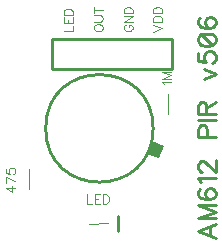
<source format=gbr>
G04 DipTrace 3.2.0.1*
G04 TopSilk.gbr*
%MOIN*%
G04 #@! TF.FileFunction,Legend,Top*
G04 #@! TF.Part,Single*
%ADD10C,0.009843*%
%ADD15C,0.003937*%
%ADD33C,0.004632*%
%ADD34C,0.009264*%
%FSLAX26Y26*%
G04*
G70*
G90*
G75*
G01*
G04 TopSilk*
%LPD*%
X908241Y584232D2*
D10*
Y533091D1*
X1088976Y1074850D2*
Y1174850D1*
X688976Y1074850D2*
X1088976D1*
X688976Y1174850D2*
X1088976D1*
X688976Y1074850D2*
Y1174850D1*
X667321Y875988D2*
G02X667321Y875988I179148J0D01*
G01*
G36*
X1020765Y834071D2*
X1061789Y818128D1*
X1045932Y776748D1*
X1005420Y791616D1*
X1020765Y834071D1*
G37*
X610236Y674803D2*
D15*
Y740945D1*
X1074409Y923622D2*
Y989764D1*
X876378Y559055D2*
X811811Y558661D1*
X828074Y1208615D2*
D33*
X829500Y1205730D1*
X832385Y1202878D1*
X835237Y1201419D1*
X839548Y1199993D1*
X846744D1*
X851022Y1201419D1*
X853907Y1202878D1*
X856759Y1205730D1*
X858218Y1208615D1*
Y1214352D1*
X856759Y1217204D1*
X853907Y1220089D1*
X851022Y1221515D1*
X846744Y1222941D1*
X839548D1*
X835237Y1221515D1*
X832385Y1220089D1*
X829500Y1217204D1*
X828074Y1214352D1*
Y1208615D1*
Y1232205D2*
X849596D1*
X853907Y1233630D1*
X856759Y1236516D1*
X858218Y1240827D1*
Y1243678D1*
X856759Y1247989D1*
X853907Y1250875D1*
X849596Y1252301D1*
X828074D1*
Y1271612D2*
X858218D1*
X828074Y1261564D2*
Y1281660D1*
X1025318Y1198418D2*
X1055462Y1209892D1*
X1025318Y1221366D1*
Y1230630D2*
X1055462D1*
Y1240678D1*
X1054003Y1244989D1*
X1051151Y1247874D1*
X1048266Y1249300D1*
X1043988Y1250726D1*
X1036792D1*
X1032481Y1249300D1*
X1029629Y1247874D1*
X1026744Y1244989D1*
X1025318Y1240678D1*
Y1230630D1*
Y1259989D2*
X1055462D1*
Y1270037D1*
X1054003Y1274348D1*
X1051151Y1277233D1*
X1048266Y1278659D1*
X1043988Y1280085D1*
X1036792D1*
X1032481Y1278659D1*
X1029629Y1277233D1*
X1026744Y1274348D1*
X1025318Y1270037D1*
Y1259989D1*
X934770Y1221589D2*
X931918Y1220163D1*
X929033Y1217278D1*
X927607Y1214426D1*
Y1208689D1*
X929033Y1205804D1*
X931918Y1202952D1*
X934770Y1201493D1*
X939081Y1200067D1*
X946277D1*
X950555Y1201493D1*
X953440Y1202952D1*
X956292Y1205804D1*
X957751Y1208689D1*
Y1214426D1*
X956292Y1217278D1*
X953440Y1220163D1*
X950555Y1221589D1*
X946277D1*
Y1214426D1*
X927607Y1250948D2*
X957751D1*
X927607Y1230852D1*
X957751D1*
X927607Y1260212D2*
X957751D1*
Y1270260D1*
X956292Y1274571D1*
X953440Y1277456D1*
X950555Y1278882D1*
X946277Y1280308D1*
X939081D1*
X934770Y1278882D1*
X931918Y1277456D1*
X929033Y1274571D1*
X927607Y1270260D1*
Y1260212D1*
X727606Y1200460D2*
X757750D1*
Y1217671D1*
X727606Y1245572D2*
Y1226935D1*
X757750D1*
Y1245572D1*
X741965Y1226935D2*
Y1238409D1*
X727606Y1254835D2*
X757750D1*
Y1264883D1*
X756291Y1269194D1*
X753439Y1272079D1*
X750554Y1273505D1*
X746276Y1274931D1*
X739080D1*
X734769Y1273505D1*
X731917Y1272079D1*
X729032Y1269194D1*
X727606Y1264883D1*
Y1254835D1*
X1234637Y557274D2*
D34*
X1174349Y534260D1*
X1234637Y511312D1*
X1214541Y519934D2*
Y548652D1*
X1234637Y621697D2*
X1174349D1*
X1234637Y598749D1*
X1174349Y575801D1*
X1234637D1*
X1182971Y674646D2*
X1177267Y671794D1*
X1174415Y663172D1*
Y657468D1*
X1177267Y648846D1*
X1185889Y643076D1*
X1200215Y640224D1*
X1214541D1*
X1226015Y643076D1*
X1231785Y648846D1*
X1234637Y657468D1*
Y660320D1*
X1231785Y668875D1*
X1226015Y674646D1*
X1217393Y677498D1*
X1214541D1*
X1205919Y674646D1*
X1200215Y668875D1*
X1197363Y660320D1*
Y657468D1*
X1200215Y648846D1*
X1205919Y643076D1*
X1214541Y640224D1*
X1185889Y696025D2*
X1182971Y701795D1*
X1174415Y710417D1*
X1234637D1*
X1188741Y731862D2*
X1185889D1*
X1180119Y734714D1*
X1177267Y737566D1*
X1174415Y743336D1*
Y754810D1*
X1177267Y760514D1*
X1180119Y763366D1*
X1185889Y766284D1*
X1191593D1*
X1197363Y763366D1*
X1205919Y757662D1*
X1234637Y728944D1*
Y769136D1*
X1205919Y845984D2*
Y871850D1*
X1203067Y880406D1*
X1200149Y883324D1*
X1194445Y886176D1*
X1185823D1*
X1180119Y883324D1*
X1177201Y880406D1*
X1174349Y871850D1*
Y845984D1*
X1234637D1*
X1174349Y904703D2*
X1234637D1*
X1203067Y923230D2*
Y949030D1*
X1200149Y957652D1*
X1197297Y960570D1*
X1191593Y963422D1*
X1185823D1*
X1180119Y960570D1*
X1177201Y957652D1*
X1174349Y949030D1*
Y923230D1*
X1234637D1*
X1203067Y943326D2*
X1234637Y963422D1*
X1194445Y1040271D2*
X1234637Y1057515D1*
X1194445Y1074692D1*
X1174415Y1127641D2*
Y1098990D1*
X1200215Y1096138D1*
X1197363Y1098990D1*
X1194445Y1107612D1*
Y1116167D1*
X1197363Y1124790D1*
X1203067Y1130560D1*
X1211689Y1133412D1*
X1217393D1*
X1226015Y1130560D1*
X1231785Y1124790D1*
X1234637Y1116167D1*
Y1107612D1*
X1231785Y1098990D1*
X1228867Y1096138D1*
X1223163Y1093220D1*
X1174415Y1169183D2*
X1177267Y1160561D1*
X1185889Y1154791D1*
X1200215Y1151939D1*
X1208837D1*
X1223163Y1154791D1*
X1231785Y1160561D1*
X1234637Y1169183D1*
Y1174887D1*
X1231785Y1183509D1*
X1223163Y1189212D1*
X1208837Y1192131D1*
X1200215D1*
X1185889Y1189212D1*
X1177267Y1183509D1*
X1174415Y1174887D1*
Y1169183D1*
X1185889Y1189212D2*
X1223163Y1154791D1*
X1182971Y1245080D2*
X1177267Y1242228D1*
X1174415Y1233606D1*
Y1227902D1*
X1177267Y1219280D1*
X1185889Y1213510D1*
X1200215Y1210658D1*
X1214541D1*
X1226015Y1213510D1*
X1231785Y1219280D1*
X1234637Y1227902D1*
Y1230754D1*
X1231785Y1239309D1*
X1226015Y1245080D1*
X1217393Y1247932D1*
X1214541D1*
X1205919Y1245080D1*
X1200215Y1239309D1*
X1197363Y1230754D1*
Y1227902D1*
X1200215Y1219280D1*
X1205919Y1213510D1*
X1214541Y1210658D1*
X1060616Y1024403D2*
D33*
X1059157Y1027288D1*
X1054879Y1031599D1*
X1084990D1*
Y1063810D2*
X1054846D1*
X1084990Y1052336D1*
X1054846Y1040862D1*
X1084990D1*
X565230Y678188D2*
X535119D1*
X555182Y663829D1*
Y685351D1*
X565230Y700352D2*
X535119Y714711D1*
Y694615D1*
Y741185D2*
Y726859D1*
X548019Y725433D1*
X546593Y726859D1*
X545134Y731170D1*
Y735448D1*
X546593Y739759D1*
X549445Y742644D1*
X553756Y744070D1*
X556608D1*
X560919Y742644D1*
X563804Y739759D1*
X565230Y735448D1*
Y731170D1*
X563804Y726859D1*
X562345Y725433D1*
X559493Y723974D1*
X804644Y655607D2*
Y625463D1*
X821855D1*
X849755Y655607D2*
X831118D1*
Y625463D1*
X849755D1*
X831118Y641248D2*
X842592D1*
X859019Y655607D2*
Y625463D1*
X869067D1*
X873378Y626922D1*
X876263Y629774D1*
X877689Y632659D1*
X879115Y636937D1*
Y644133D1*
X877689Y648444D1*
X876263Y651296D1*
X873378Y654181D1*
X869067Y655607D1*
X859019D1*
M02*

</source>
